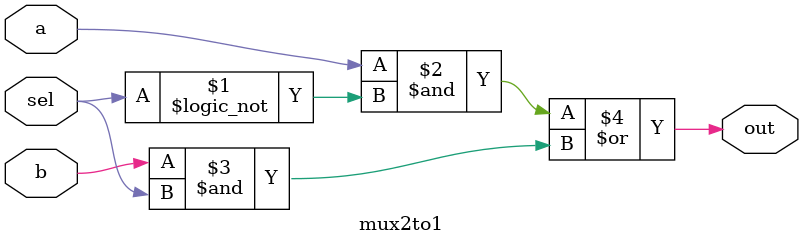
<source format=v>
/*
 * Antonio Aguilar
 * Multiplexor 2 a 1 
*/

module mux2to1(input a, b, sel, output out);
	assign out = (a & !sel) | (b & sel);
endmodule

</source>
